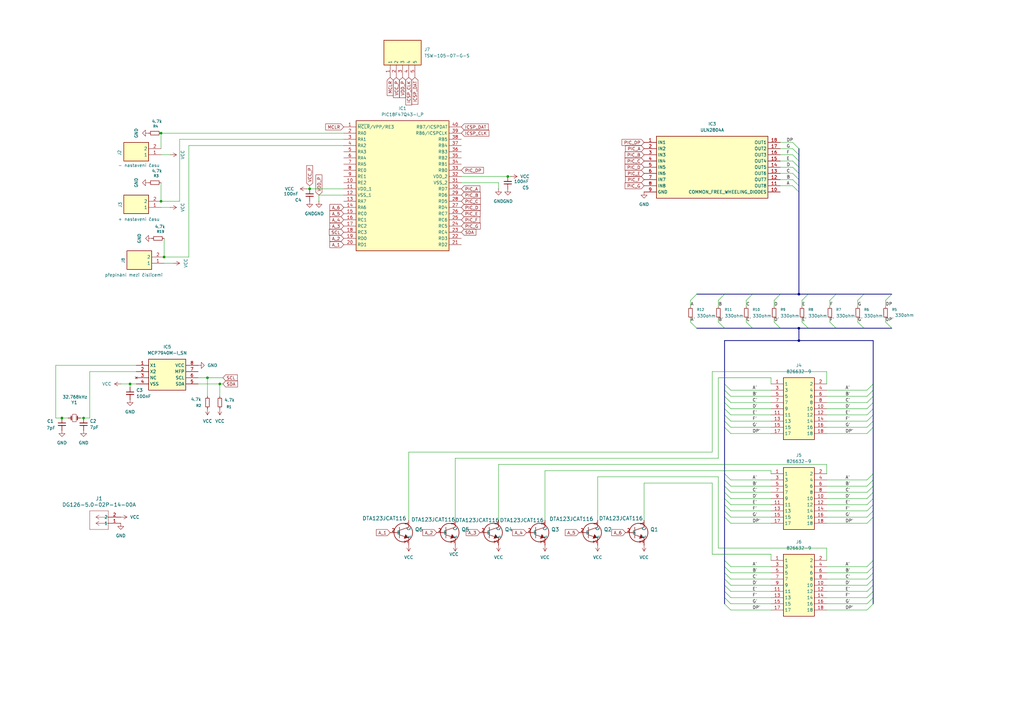
<source format=kicad_sch>
(kicad_sch (version 20250114) (generator "eeschema") (generator_version "9.0")
  (paper "A3")
  (title_block (title "Projekt") (date "2025-11-10") (rev "1.") (comment 1 "Vytvořil Tomáš Dobeš dne 10.11. 2025"))
  (junction (at 66.04 82.55))
  (junction (at 127 77.47))
  (junction (at 327.66 134.62))
  (junction (at 25.4 171.45))
  (junction (at 53.34 157.48))
  (junction (at 90.17 157.48))
  (junction (at 67.31 105.41))
  (junction (at 208.28 72.39))
  (junction (at 85.09 154.94))
  (junction (at 34.29 171.45))
  (junction (at 327.66 139.7))
  (junction (at 327.66 120.65))
  (junction (at 66.04 54.61))
  (bus_entry (at 358.14 232.41) (size -2.54 2.54))
  (bus_entry (at 297.18 209.55) (size 2.54 2.54))
  (bus_entry (at 297.18 247.65) (size 2.54 2.54))
  (bus_entry (at 297.18 172.72) (size 2.54 2.54))
  (bus_entry (at 358.14 204.47) (size -2.54 2.54))
  (bus_entry (at 358.14 175.26) (size -2.54 2.54))
  (bus_entry (at 297.18 201.93) (size 2.54 2.54))
  (bus_entry (at 297.18 245.11) (size 2.54 2.54))
  (bus_entry (at 358.14 199.39) (size -2.54 2.54))
  (bus_entry (at 358.14 247.65) (size -2.54 2.54))
  (bus_entry (at 354.33 120.65) (size -2.54 2.54))
  (bus_entry (at 358.14 170.18) (size -2.54 2.54))
  (bus_entry (at 297.18 207.01) (size 2.54 2.54))
  (bus_entry (at 297.18 234.95) (size 2.54 2.54))
  (bus_entry (at 358.14 172.72) (size -2.54 2.54))
  (bus_entry (at 342.9 134.62) (size -2.54 -2.54))
  (bus_entry (at 285.75 120.65) (size -2.54 2.54))
  (bus_entry (at 358.14 165.1) (size -2.54 2.54))
  (bus_entry (at 358.14 160.02) (size -2.54 2.54))
  (bus_entry (at 358.14 194.31) (size -2.54 2.54))
  (bus_entry (at 331.47 120.65) (size -2.54 2.54))
  (bus_entry (at 358.14 229.87) (size -2.54 2.54))
  (bus_entry (at 297.18 242.57) (size 2.54 2.54))
  (bus_entry (at 297.18 194.31) (size 2.54 2.54))
  (bus_entry (at 327.66 60.96) (size -2.54 -2.54))
  (bus_entry (at 354.33 134.62) (size -2.54 -2.54))
  (bus_entry (at 297.18 237.49) (size 2.54 2.54))
  (bus_entry (at 297.18 120.65) (size -2.54 2.54))
  (bus_entry (at 297.18 232.41) (size 2.54 2.54))
  (bus_entry (at 358.14 209.55) (size -2.54 2.54))
  (bus_entry (at 297.18 134.62) (size -2.54 -2.54))
  (bus_entry (at 327.66 63.5) (size -2.54 -2.54))
  (bus_entry (at 297.18 165.1) (size 2.54 2.54))
  (bus_entry (at 297.18 196.85) (size 2.54 2.54))
  (bus_entry (at 365.76 120.65) (size -2.54 2.54))
  (bus_entry (at 327.66 76.2) (size -2.54 -2.54))
  (bus_entry (at 358.14 196.85) (size -2.54 2.54))
  (bus_entry (at 297.18 157.48) (size 2.54 2.54))
  (bus_entry (at 327.66 71.12) (size -2.54 -2.54))
  (bus_entry (at 308.61 134.62) (size -2.54 -2.54))
  (bus_entry (at 285.75 134.62) (size -2.54 -2.54))
  (bus_entry (at 358.14 157.48) (size -2.54 2.54))
  (bus_entry (at 327.66 78.74) (size -2.54 -2.54))
  (bus_entry (at 297.18 212.09) (size 2.54 2.54))
  (bus_entry (at 297.18 167.64) (size 2.54 2.54))
  (bus_entry (at 358.14 212.09) (size -2.54 2.54))
  (bus_entry (at 320.04 120.65) (size -2.54 2.54))
  (bus_entry (at 320.04 134.62) (size -2.54 -2.54))
  (bus_entry (at 358.14 234.95) (size -2.54 2.54))
  (bus_entry (at 331.47 134.62) (size -2.54 -2.54))
  (bus_entry (at 358.14 237.49) (size -2.54 2.54))
  (bus_entry (at 297.18 199.39) (size 2.54 2.54))
  (bus_entry (at 297.18 175.26) (size 2.54 2.54))
  (bus_entry (at 297.18 229.87) (size 2.54 2.54))
  (bus_entry (at 327.66 66.04) (size -2.54 -2.54))
  (bus_entry (at 358.14 245.11) (size -2.54 2.54))
  (bus_entry (at 365.76 134.62) (size -2.54 -2.54))
  (bus_entry (at 358.14 207.01) (size -2.54 2.54))
  (bus_entry (at 358.14 201.93) (size -2.54 2.54))
  (bus_entry (at 297.18 170.18) (size 2.54 2.54))
  (bus_entry (at 327.66 68.58) (size -2.54 -2.54))
  (bus_entry (at 342.9 120.65) (size -2.54 2.54))
  (bus_entry (at 358.14 167.64) (size -2.54 2.54))
  (bus_entry (at 327.66 73.66) (size -2.54 -2.54))
  (bus_entry (at 297.18 204.47) (size 2.54 2.54))
  (bus_entry (at 358.14 242.57) (size -2.54 2.54))
  (bus_entry (at 297.18 160.02) (size 2.54 2.54))
  (bus_entry (at 297.18 162.56) (size 2.54 2.54))
  (bus_entry (at 358.14 162.56) (size -2.54 2.54))
  (bus_entry (at 297.18 240.03) (size 2.54 2.54))
  (bus_entry (at 308.61 120.65) (size -2.54 2.54))
  (bus_entry (at 358.14 240.03) (size -2.54 2.54))
  (wire (pts (xy 77.47 105.41) (xy 77.47 59.69)))
  (bus (pts (xy 320.04 134.62) (xy 327.66 134.62)))
  (wire (pts (xy 204.47 190.5) (xy 339.09 190.5)))
  (wire (pts (xy 340.36 130.81) (xy 340.36 132.08)))
  (wire (pts (xy 223.52 193.04) (xy 316.23 193.04)))
  (wire (pts (xy 294.64 154.94) (xy 294.64 187.96)))
  (wire (pts (xy 299.72 214.63) (xy 316.23 214.63)))
  (wire (pts (xy 25.4 171.45) (xy 27.94 171.45)))
  (bus (pts (xy 327.66 73.66) (xy 327.66 76.2)))
  (wire (pts (xy 317.5 123.19) (xy 317.5 125.73)))
  (wire (pts (xy 339.09 209.55) (xy 355.6 209.55)))
  (wire (pts (xy 204.47 74.93) (xy 189.23 74.93)))
  (wire (pts (xy 339.09 196.85) (xy 355.6 196.85)))
  (wire (pts (xy 36.83 152.4) (xy 55.88 152.4)))
  (bus (pts (xy 331.47 134.62) (xy 342.9 134.62)))
  (wire (pts (xy 339.09 177.8) (xy 355.6 177.8)))
  (wire (pts (xy 299.72 172.72) (xy 316.23 172.72)))
  (wire (pts (xy 339.09 157.48) (xy 339.09 152.4)))
  (wire (pts (xy 294.64 123.19) (xy 294.64 125.73)))
  (wire (pts (xy 125.73 77.47) (xy 127 77.47)))
  (bus (pts (xy 297.18 194.31) (xy 297.18 196.85)))
  (wire (pts (xy 340.36 123.19) (xy 340.36 125.73)))
  (wire (pts (xy 299.72 245.11) (xy 316.23 245.11)))
  (wire (pts (xy 299.72 162.56) (xy 316.23 162.56)))
  (wire (pts (xy 292.1 152.4) (xy 339.09 152.4)))
  (bus (pts (xy 297.18 229.87) (xy 297.18 232.41)))
  (wire (pts (xy 66.04 85.09) (xy 69.85 85.09)))
  (wire (pts (xy 339.09 170.18) (xy 355.6 170.18)))
  (wire (pts (xy 49.53 157.48) (xy 53.34 157.48)))
  (wire (pts (xy 73.66 57.15) (xy 73.66 82.55)))
  (wire (pts (xy 299.72 234.95) (xy 316.23 234.95)))
  (wire (pts (xy 55.88 149.86) (xy 22.86 149.86)))
  (wire (pts (xy 22.86 149.86) (xy 22.86 171.45)))
  (bus (pts (xy 358.14 165.1) (xy 358.14 167.64)))
  (wire (pts (xy 339.09 199.39) (xy 355.6 199.39)))
  (wire (pts (xy 339.09 212.09) (xy 355.6 212.09)))
  (wire (pts (xy 339.09 214.63) (xy 355.6 214.63)))
  (wire (pts (xy 91.44 154.94) (xy 85.09 154.94)))
  (wire (pts (xy 320.04 58.42) (xy 325.12 58.42)))
  (wire (pts (xy 294.64 224.79) (xy 339.09 224.79)))
  (wire (pts (xy 292.1 227.33) (xy 316.23 227.33)))
  (bus (pts (xy 327.66 60.96) (xy 327.66 63.5)))
  (wire (pts (xy 299.72 165.1) (xy 316.23 165.1)))
  (wire (pts (xy 299.72 175.26) (xy 316.23 175.26)))
  (wire (pts (xy 351.79 123.19) (xy 351.79 125.73)))
  (wire (pts (xy 264.16 198.12) (xy 264.16 213.36)))
  (wire (pts (xy 73.66 57.15) (xy 140.97 57.15)))
  (wire (pts (xy 299.72 237.49) (xy 316.23 237.49)))
  (bus (pts (xy 297.18 242.57) (xy 297.18 245.11)))
  (wire (pts (xy 53.34 157.48) (xy 53.34 158.75)))
  (wire (pts (xy 320.04 66.04) (xy 325.12 66.04)))
  (wire (pts (xy 91.44 157.48) (xy 90.17 157.48)))
  (bus (pts (xy 327.66 71.12) (xy 327.66 73.66)))
  (bus (pts (xy 354.33 120.65) (xy 365.76 120.65)))
  (wire (pts (xy 339.09 234.95) (xy 355.6 234.95)))
  (bus (pts (xy 297.18 157.48) (xy 297.18 160.02)))
  (wire (pts (xy 292.1 227.33) (xy 292.1 198.12)))
  (wire (pts (xy 339.09 207.01) (xy 355.6 207.01)))
  (wire (pts (xy 66.04 74.93) (xy 66.04 82.55)))
  (wire (pts (xy 299.72 209.55) (xy 316.23 209.55)))
  (wire (pts (xy 339.09 247.65) (xy 355.6 247.65)))
  (wire (pts (xy 306.07 130.81) (xy 306.07 132.08)))
  (bus (pts (xy 358.14 162.56) (xy 358.14 165.1)))
  (bus (pts (xy 358.14 199.39) (xy 358.14 201.93)))
  (wire (pts (xy 339.09 190.5) (xy 339.09 194.31)))
  (wire (pts (xy 67.31 105.41) (xy 77.47 105.41)))
  (wire (pts (xy 328.93 123.19) (xy 328.93 125.73)))
  (bus (pts (xy 327.66 68.58) (xy 327.66 71.12)))
  (wire (pts (xy 339.09 204.47) (xy 355.6 204.47)))
  (wire (pts (xy 33.02 171.45) (xy 34.29 171.45)))
  (wire (pts (xy 67.31 107.95) (xy 71.12 107.95)))
  (bus (pts (xy 297.18 139.7) (xy 327.66 139.7)))
  (bus (pts (xy 358.14 204.47) (xy 358.14 207.01)))
  (wire (pts (xy 339.09 172.72) (xy 355.6 172.72)))
  (bus (pts (xy 297.18 120.65) (xy 308.61 120.65)))
  (wire (pts (xy 299.72 170.18) (xy 316.23 170.18)))
  (wire (pts (xy 339.09 167.64) (xy 355.6 167.64)))
  (bus (pts (xy 358.14 194.31) (xy 358.14 196.85)))
  (bus (pts (xy 297.18 245.11) (xy 297.18 247.65)))
  (wire (pts (xy 320.04 63.5) (xy 325.12 63.5)))
  (wire (pts (xy 339.09 245.11) (xy 355.6 245.11)))
  (bus (pts (xy 358.14 157.48) (xy 358.14 160.02)))
  (wire (pts (xy 339.09 232.41) (xy 355.6 232.41)))
  (bus (pts (xy 297.18 204.47) (xy 297.18 207.01)))
  (bus (pts (xy 342.9 120.65) (xy 354.33 120.65)))
  (bus (pts (xy 297.18 175.26) (xy 297.18 194.31)))
  (wire (pts (xy 67.31 97.79) (xy 67.31 105.41)))
  (wire (pts (xy 299.72 160.02) (xy 316.23 160.02)))
  (bus (pts (xy 358.14 242.57) (xy 358.14 245.11)))
  (wire (pts (xy 53.34 157.48) (xy 55.88 157.48)))
  (bus (pts (xy 327.66 139.7) (xy 358.14 139.7)))
  (wire (pts (xy 245.11 195.58) (xy 294.64 195.58)))
  (wire (pts (xy 299.72 250.19) (xy 316.23 250.19)))
  (bus (pts (xy 327.66 76.2) (xy 327.66 78.74)))
  (bus (pts (xy 358.14 160.02) (xy 358.14 162.56)))
  (wire (pts (xy 339.09 237.49) (xy 355.6 237.49)))
  (bus (pts (xy 297.18 160.02) (xy 297.18 162.56)))
  (wire (pts (xy 299.72 247.65) (xy 316.23 247.65)))
  (wire (pts (xy 34.29 171.45) (xy 36.83 171.45)))
  (bus (pts (xy 358.14 232.41) (xy 358.14 234.95)))
  (bus (pts (xy 327.66 134.62) (xy 327.66 139.7)))
  (wire (pts (xy 320.04 60.96) (xy 325.12 60.96)))
  (wire (pts (xy 292.1 152.4) (xy 292.1 185.42)))
  (wire (pts (xy 339.09 160.02) (xy 355.6 160.02)))
  (wire (pts (xy 66.04 54.61) (xy 66.04 60.96)))
  (bus (pts (xy 297.18 165.1) (xy 297.18 167.64)))
  (wire (pts (xy 363.22 130.81) (xy 363.22 132.08)))
  (bus (pts (xy 297.18 237.49) (xy 297.18 240.03)))
  (bus (pts (xy 297.18 172.72) (xy 297.18 175.26)))
  (wire (pts (xy 245.11 195.58) (xy 245.11 213.36)))
  (bus (pts (xy 297.18 134.62) (xy 308.61 134.62)))
  (wire (pts (xy 320.04 68.58) (xy 325.12 68.58)))
  (bus (pts (xy 327.66 63.5) (xy 327.66 66.04)))
  (bus (pts (xy 297.18 212.09) (xy 297.18 229.87)))
  (bus (pts (xy 320.04 120.65) (xy 327.66 120.65)))
  (wire (pts (xy 36.83 171.45) (xy 36.83 152.4)))
  (wire (pts (xy 328.93 130.81) (xy 328.93 132.08)))
  (bus (pts (xy 358.14 170.18) (xy 358.14 172.72)))
  (wire (pts (xy 186.69 187.96) (xy 294.64 187.96)))
  (bus (pts (xy 358.14 212.09) (xy 358.14 229.87)))
  (wire (pts (xy 127 77.47) (xy 140.97 77.47)))
  (bus (pts (xy 327.66 78.74) (xy 327.66 120.65)))
  (wire (pts (xy 316.23 194.31) (xy 316.23 193.04)))
  (wire (pts (xy 299.72 212.09) (xy 316.23 212.09)))
  (wire (pts (xy 320.04 71.12) (xy 325.12 71.12)))
  (bus (pts (xy 358.14 240.03) (xy 358.14 242.57)))
  (wire (pts (xy 299.72 240.03) (xy 316.23 240.03)))
  (bus (pts (xy 297.18 234.95) (xy 297.18 237.49)))
  (bus (pts (xy 297.18 139.7) (xy 297.18 157.48)))
  (bus (pts (xy 297.18 240.03) (xy 297.18 242.57)))
  (wire (pts (xy 127 76.2) (xy 127 77.47)))
  (wire (pts (xy 299.72 196.85) (xy 316.23 196.85)))
  (wire (pts (xy 299.72 201.93) (xy 316.23 201.93)))
  (wire (pts (xy 167.64 185.42) (xy 292.1 185.42)))
  (wire (pts (xy 339.09 229.87) (xy 339.09 224.79)))
  (bus (pts (xy 297.18 209.55) (xy 297.18 212.09)))
  (wire (pts (xy 22.86 171.45) (xy 25.4 171.45)))
  (wire (pts (xy 189.23 72.39) (xy 208.28 72.39)))
  (bus (pts (xy 327.66 120.65) (xy 331.47 120.65)))
  (bus (pts (xy 308.61 134.62) (xy 320.04 134.62)))
  (bus (pts (xy 358.14 172.72) (xy 358.14 175.26)))
  (wire (pts (xy 204.47 77.47) (xy 204.47 74.93)))
  (wire (pts (xy 167.64 185.42) (xy 167.64 213.36)))
  (bus (pts (xy 308.61 120.65) (xy 320.04 120.65)))
  (bus (pts (xy 327.66 66.04) (xy 327.66 68.58)))
  (wire (pts (xy 294.64 130.81) (xy 294.64 132.08)))
  (bus (pts (xy 358.14 245.11) (xy 358.14 247.65)))
  (bus (pts (xy 342.9 134.62) (xy 354.33 134.62)))
  (bus (pts (xy 297.18 167.64) (xy 297.18 170.18)))
  (wire (pts (xy 320.04 73.66) (xy 325.12 73.66)))
  (bus (pts (xy 358.14 207.01) (xy 358.14 209.55)))
  (bus (pts (xy 297.18 201.93) (xy 297.18 204.47)))
  (bus (pts (xy 297.18 196.85) (xy 297.18 199.39)))
  (bus (pts (xy 297.18 162.56) (xy 297.18 165.1)))
  (wire (pts (xy 317.5 130.81) (xy 317.5 132.08)))
  (bus (pts (xy 297.18 199.39) (xy 297.18 201.93)))
  (bus (pts (xy 327.66 134.62) (xy 331.47 134.62)))
  (wire (pts (xy 294.64 195.58) (xy 294.64 224.79)))
  (wire (pts (xy 299.72 207.01) (xy 316.23 207.01)))
  (wire (pts (xy 130.81 80.01) (xy 140.97 80.01)))
  (wire (pts (xy 299.72 232.41) (xy 316.23 232.41)))
  (wire (pts (xy 66.04 82.55) (xy 73.66 82.55)))
  (wire (pts (xy 90.17 162.56) (xy 90.17 157.48)))
  (wire (pts (xy 320.04 76.2) (xy 325.12 76.2)))
  (bus (pts (xy 358.14 229.87) (xy 358.14 232.41)))
  (wire (pts (xy 77.47 59.69) (xy 140.97 59.69)))
  (wire (pts (xy 85.09 162.56) (xy 85.09 154.94)))
  (wire (pts (xy 339.09 250.19) (xy 355.6 250.19)))
  (bus (pts (xy 358.14 201.93) (xy 358.14 204.47)))
  (bus (pts (xy 297.18 170.18) (xy 297.18 172.72)))
  (wire (pts (xy 339.09 240.03) (xy 355.6 240.03)))
  (wire (pts (xy 316.23 229.87) (xy 316.23 227.33)))
  (bus (pts (xy 331.47 120.65) (xy 342.9 120.65)))
  (wire (pts (xy 299.72 242.57) (xy 316.23 242.57)))
  (wire (pts (xy 223.52 193.04) (xy 223.52 213.36)))
  (wire (pts (xy 204.47 190.5) (xy 204.47 213.36)))
  (wire (pts (xy 294.64 154.94) (xy 316.23 154.94)))
  (bus (pts (xy 358.14 209.55) (xy 358.14 212.09)))
  (bus (pts (xy 297.18 232.41) (xy 297.18 234.95)))
  (wire (pts (xy 66.04 63.5) (xy 69.85 63.5)))
  (wire (pts (xy 339.09 175.26) (xy 355.6 175.26)))
  (wire (pts (xy 283.21 123.19) (xy 283.21 125.73)))
  (wire (pts (xy 299.72 177.8) (xy 316.23 177.8)))
  (bus (pts (xy 358.14 175.26) (xy 358.14 194.31)))
  (wire (pts (xy 339.09 201.93) (xy 355.6 201.93)))
  (wire (pts (xy 85.09 154.94) (xy 81.28 154.94)))
  (wire (pts (xy 208.28 72.39) (xy 209.55 72.39)))
  (wire (pts (xy 339.09 165.1) (xy 355.6 165.1)))
  (wire (pts (xy 316.23 157.48) (xy 316.23 154.94)))
  (wire (pts (xy 351.79 130.81) (xy 351.79 132.08)))
  (bus (pts (xy 358.14 196.85) (xy 358.14 199.39)))
  (bus (pts (xy 358.14 234.95) (xy 358.14 237.49)))
  (wire (pts (xy 339.09 242.57) (xy 355.6 242.57)))
  (wire (pts (xy 363.22 123.19) (xy 363.22 125.73)))
  (wire (pts (xy 306.07 123.19) (xy 306.07 125.73)))
  (bus (pts (xy 297.18 207.01) (xy 297.18 209.55)))
  (bus (pts (xy 358.14 139.7) (xy 358.14 157.48)))
  (bus (pts (xy 285.75 120.65) (xy 297.18 120.65)))
  (wire (pts (xy 339.09 162.56) (xy 355.6 162.56)))
  (wire (pts (xy 130.81 82.55) (xy 130.81 80.01)))
  (bus (pts (xy 285.75 134.62) (xy 297.18 134.62)))
  (bus (pts (xy 358.14 167.64) (xy 358.14 170.18)))
  (wire (pts (xy 283.21 130.81) (xy 283.21 132.08)))
  (wire (pts (xy 264.16 198.12) (xy 292.1 198.12)))
  (wire (pts (xy 66.04 54.61) (xy 140.97 54.61)))
  (wire (pts (xy 90.17 157.48) (xy 81.28 157.48)))
  (bus (pts (xy 354.33 134.62) (xy 365.76 134.62)))
  (wire (pts (xy 299.72 167.64) (xy 316.23 167.64)))
  (wire (pts (xy 299.72 204.47) (xy 316.23 204.47)))
  (bus (pts (xy 358.14 237.49) (xy 358.14 240.03)))
  (wire (pts (xy 186.69 187.96) (xy 186.69 213.36)))
  (wire (pts (xy 299.72 199.39) (xy 316.23 199.39)))
  (label "E'" (at 308.61 170.18 0))
  (label "F'" (at 346.71 209.55 0))
  (label "G'" (at 351.79 132.08 0))
  (label "D" (at 322.58 68.58 0))
  (label "DP" (at 322.58 58.42 0))
  (label "C'" (at 346.71 237.49 0))
  (label "A'" (at 346.71 160.02 0))
  (label "F'" (at 308.61 209.55 0))
  (label "C'" (at 346.71 165.1 0))
  (label "E'" (at 346.71 242.57 0))
  (label "G'" (at 308.61 247.65 0))
  (label "E'" (at 328.93 132.08 0))
  (label "D'" (at 308.61 167.64 0))
  (label "A'" (at 308.61 232.41 0))
  (label "A'" (at 308.61 196.85 0))
  (label "A'" (at 283.21 132.08 0))
  (label "D" (at 317.5 125.73 0))
  (label "D'" (at 346.71 167.64 0))
  (label "D'" (at 308.61 240.03 0))
  (label "G" (at 351.79 125.73 0))
  (label "F'" (at 346.71 172.72 0))
  (label "A" (at 283.21 125.73 0))
  (label "F'" (at 346.71 245.11 0))
  (label "DP" (at 363.22 125.73 0))
  (label "A" (at 322.58 76.2 0))
  (label "DP'" (at 308.61 214.63 0))
  (label "G'" (at 346.71 175.26 0))
  (label "C'" (at 308.61 201.93 0))
  (label "G'" (at 346.71 247.65 0))
  (label "E'" (at 308.61 207.01 0))
  (label "DP'" (at 308.61 177.8 0))
  (label "B'" (at 294.64 132.08 0))
  (label "F" (at 322.58 63.5 0))
  (label "A'" (at 346.71 232.41 0))
  (label "B'" (at 346.71 162.56 0))
  (label "E'" (at 346.71 207.01 0))
  (label "D'" (at 308.61 204.47 0))
  (label "A'" (at 346.71 196.85 0))
  (label "E'" (at 346.71 170.18 0))
  (label "DP'" (at 346.71 177.8 0))
  (label "C'" (at 306.07 132.08 0))
  (label "D'" (at 346.71 240.03 0))
  (label "DP'" (at 308.61 250.19 0))
  (label "C'" (at 346.71 201.93 0))
  (label "B" (at 322.58 73.66 0))
  (label "DP'" (at 346.71 250.19 0))
  (label "E" (at 328.93 125.73 0))
  (label "F'" (at 308.61 245.11 0))
  (label "C'" (at 308.61 237.49 0))
  (label "DP'" (at 363.22 132.08 0))
  (label "G'" (at 346.71 212.09 0))
  (label "DP'" (at 346.71 214.63 0))
  (label "F'" (at 340.36 132.08 0))
  (label "C" (at 322.58 71.12 0))
  (label "D'" (at 346.71 204.47 0))
  (label "B'" (at 308.61 199.39 0))
  (label "C'" (at 308.61 165.1 0))
  (label "A'" (at 308.61 160.02 0))
  (label "F" (at 340.36 125.73 0))
  (label "E'" (at 308.61 242.57 0))
  (label "B'" (at 346.71 234.95 0))
  (label "G" (at 322.58 60.96 0))
  (label "B" (at 294.64 125.73 0))
  (label "G'" (at 308.61 175.26 0))
  (label "G'" (at 308.61 212.09 0))
  (label "B'" (at 346.71 199.39 0))
  (label "D'" (at 317.5 132.08 0))
  (label "B'" (at 308.61 162.56 0))
  (label "B'" (at 308.61 234.95 0))
  (label "F'" (at 308.61 172.72 0))
  (label "E" (at 322.58 66.04 0))
  (label "C" (at 306.07 125.73 0))
  (global_label "A_1" (shape input) (at 160.02 218.44 180) (property "Intersheetrefs" "${INTERSHEET_REFS}" (effects (hide yes))))
  (global_label "A_4" (shape input) (at 215.9 218.44 180) (property "Intersheetrefs" "${INTERSHEET_REFS}" (effects (hide yes))))
  (global_label "PIC_E" (shape input) (at 189.23 87.63 0) (property "Intersheetrefs" "${INTERSHEET_REFS}" (effects (hide yes))))
  (global_label "A_6" (shape input) (at 256.54 218.44 180) (property "Intersheetrefs" "${INTERSHEET_REFS}" (effects (hide yes))))
  (global_label "ICSP_DAT" (shape input) (at 170.18 31.75 270) (property "Intersheetrefs" "${INTERSHEET_REFS}" (effects (hide yes))))
  (global_label "ICSP_DAT" (shape input) (at 189.23 52.07 0) (property "Intersheetrefs" "${INTERSHEET_REFS}" (effects (hide yes))))
  (global_label "A_1" (shape input) (at 140.97 100.33 180) (property "Intersheetrefs" "${INTERSHEET_REFS}" (effects (hide yes))))
  (global_label "A_2" (shape input) (at 140.97 97.79 180) (property "Intersheetrefs" "${INTERSHEET_REFS}" (effects (hide yes))))
  (global_label "VCC_P" (shape input) (at 162.56 31.75 270) (property "Intersheetrefs" "${INTERSHEET_REFS}" (effects (hide yes))))
  (global_label "PIC_D" (shape input) (at 264.16 68.58 180) (property "Intersheetrefs" "${INTERSHEET_REFS}" (effects (hide yes))))
  (global_label "PIC_D" (shape input) (at 189.23 85.09 0) (property "Intersheetrefs" "${INTERSHEET_REFS}" (effects (hide yes))))
  (global_label "PIC_G" (shape input) (at 264.16 76.2 180) (property "Intersheetrefs" "${INTERSHEET_REFS}" (effects (hide yes))))
  (global_label "A_2" (shape input) (at 179.07 218.44 180) (property "Intersheetrefs" "${INTERSHEET_REFS}" (effects (hide yes))))
  (global_label "SDA" (shape input) (at 189.23 95.25 0) (property "Intersheetrefs" "${INTERSHEET_REFS}" (effects (hide yes))))
  (global_label "MCLR" (shape input) (at 160.02 31.75 270) (property "Intersheetrefs" "${INTERSHEET_REFS}" (effects (hide yes))))
  (global_label "SCL" (shape input) (at 140.97 95.25 180) (property "Intersheetrefs" "${INTERSHEET_REFS}" (effects (hide yes))))
  (global_label "PIC_A" (shape input) (at 189.23 77.47 0) (property "Intersheetrefs" "${INTERSHEET_REFS}" (effects (hide yes))))
  (global_label "PIC_F" (shape input) (at 264.16 73.66 180) (property "Intersheetrefs" "${INTERSHEET_REFS}" (effects (hide yes))))
  (global_label "PIC_C" (shape input) (at 264.16 66.04 180) (property "Intersheetrefs" "${INTERSHEET_REFS}" (effects (hide yes))))
  (global_label "A_3" (shape input) (at 196.85 218.44 180) (property "Intersheetrefs" "${INTERSHEET_REFS}" (effects (hide yes))))
  (global_label "SDA" (shape input) (at 91.44 157.48 0) (property "Intersheetrefs" "${INTERSHEET_REFS}" (effects (hide yes))))
  (global_label "PIC_E" (shape input) (at 264.16 71.12 180) (property "Intersheetrefs" "${INTERSHEET_REFS}" (effects (hide yes))))
  (global_label "A_4" (shape input) (at 140.97 90.17 180) (property "Intersheetrefs" "${INTERSHEET_REFS}" (effects (hide yes))))
  (global_label "PIC_B" (shape input) (at 264.16 63.5 180) (property "Intersheetrefs" "${INTERSHEET_REFS}" (effects (hide yes))))
  (global_label "PIC_F" (shape input) (at 189.23 90.17 0) (property "Intersheetrefs" "${INTERSHEET_REFS}" (effects (hide yes))))
  (global_label "PIC_DP" (shape input) (at 264.16 58.42 180) (property "Intersheetrefs" "${INTERSHEET_REFS}" (effects (hide yes))))
  (global_label "ICSP_CLK" (shape input) (at 189.23 54.61 0) (property "Intersheetrefs" "${INTERSHEET_REFS}" (effects (hide yes))))
  (global_label "VCC_P" (shape input) (at 127 76.2 90) (property "Intersheetrefs" "${INTERSHEET_REFS}" (effects (hide yes))))
  (global_label "SCL" (shape input) (at 91.44 154.94 0) (property "Intersheetrefs" "${INTERSHEET_REFS}" (effects (hide yes))))
  (global_label "ICSP_CLK" (shape input) (at 167.64 31.75 270) (property "Intersheetrefs" "${INTERSHEET_REFS}" (effects (hide yes))))
  (global_label "PIC_C" (shape input) (at 189.23 82.55 0) (property "Intersheetrefs" "${INTERSHEET_REFS}" (effects (hide yes))))
  (global_label "A_3" (shape input) (at 140.97 92.71 180) (property "Intersheetrefs" "${INTERSHEET_REFS}" (effects (hide yes))))
  (global_label "A_6" (shape input) (at 140.97 85.09 180) (property "Intersheetrefs" "${INTERSHEET_REFS}" (effects (hide yes))))
  (global_label "VDD_P" (shape input) (at 130.81 80.01 90) (property "Intersheetrefs" "${INTERSHEET_REFS}" (effects (hide yes))))
  (global_label "MCLR" (shape input) (at 140.97 52.07 180) (property "Intersheetrefs" "${INTERSHEET_REFS}" (effects (hide yes))))
  (global_label "PIC_B" (shape input) (at 189.23 80.01 0) (property "Intersheetrefs" "${INTERSHEET_REFS}" (effects (hide yes))))
  (global_label "A_5" (shape input) (at 237.49 218.44 180) (property "Intersheetrefs" "${INTERSHEET_REFS}" (effects (hide yes))))
  (global_label "A_5" (shape input) (at 140.97 87.63 180) (property "Intersheetrefs" "${INTERSHEET_REFS}" (effects (hide yes))))
  (global_label "PIC_A" (shape input) (at 264.16 60.96 180) (property "Intersheetrefs" "${INTERSHEET_REFS}" (effects (hide yes))))
  (global_label "VDD_P" (shape input) (at 165.1 31.75 270) (property "Intersheetrefs" "${INTERSHEET_REFS}" (effects (hide yes))))
  (global_label "PIC_G" (shape input) (at 189.23 92.71 0) (property "Intersheetrefs" "${INTERSHEET_REFS}" (effects (hide yes))))
  (global_label "PIC_DP" (shape input) (at 189.23 69.85 0) (property "Intersheetrefs" "${INTERSHEET_REFS}" (effects (hide yes))))
  (symbol (lib_id "power:VCC") (at 167.64 223.52 180) (unit 1)
    (property "Reference" "#PWR29" (effects (hide yes)))
    (property "Value" "VCC" (at 167.64 228.6 0))
    (property "Description" "Power symbol creates a global label with name \"VCC\"" (effects (hide yes)))
  )
  (symbol (lib_id "My_parts:DTA123JCAT116") (at 160.02 218.44 0) (unit 1)
    (property "Reference" "Q6" (at 170.18 217.1699 0) (effects (font (size 1.524 1.524)) (justify left)))
    (property "Value" "DTA123JCAT116" (at 148.59 212.598 0) (effects (font (size 1.524 1.524)) (justify left)))
    (property "Footprint" "My parts:TRANS_DTA113ZCAH_ROM" (effects (hide yes)))
    (property "Datasheet" "DTA123JCAT116" (effects (hide yes)))
  )
  (symbol (lib_id "power:VCC") (at 71.12 107.95 270) (unit 1)
    (property "Reference" "#PWR31" (effects (hide yes)))
    (property "Value" "VCC" (at 76.2 107.95 0))
    (property "Description" "Power symbol creates a global label with name \"VCC\"" (effects (hide yes)))
  )
  (symbol (lib_id "power:GND") (at 34.29 176.53 0) (unit 1)
    (property "Reference" "#PWR2" (effects (hide yes)))
    (property "Value" "GND" (at 34.29 181.61 0))
    (property "Description" "Power symbol creates a global label with name \"GND\" , ground" (effects (hide yes)))
  )
  (symbol (lib_id "power:GND") (at 81.28 149.86 90) (unit 1)
    (property "Reference" "#PWR8" (effects (hide yes)))
    (property "Value" "GND" (at 85.09 149.8599 90) (effects (justify right)))
    (property "Description" "Power symbol creates a global label with name \"GND\" , ground" (effects (hide yes)))
  )
  (symbol (lib_id "Device:R_Small") (at 63.5 74.93 270) (unit 1)
    (property "Reference" "R3" (at 62.992 72.136 90) (effects (font (size 1.016 1.016)) (justify left)))
    (property "Value" "4.7k" (at 62.23 70.104 90) (effects (justify left)))
    (property "Footprint" "Resistor_SMD:R_1206_3216Metric_Pad1.30x1.75mm_HandSolder" (effects (hide yes)))
    (property "Description" "Resistor, small symbol" (effects (hide yes)))
  )
  (symbol (lib_id "Device:R_Small") (at 85.09 165.1 180) (unit 1)
    (property "Reference" "R2" (at 82.55 166.3701 0) (effects (font (size 1.016 1.016)) (justify left)))
    (property "Value" "4.7k" (at 82.55 163.8301 0) (effects (justify left)))
    (property "Footprint" "Resistor_SMD:R_1206_3216Metric_Pad1.30x1.75mm_HandSolder" (effects (hide yes)))
    (property "Description" "Resistor, small symbol" (effects (hide yes)))
  )
  (symbol (lib_id "Device:C_Small") (at 53.34 161.29 0) (unit 1)
    (property "Reference" "C3" (at 55.88 160.0262 0) (effects (justify left)))
    (property "Value" "100nF" (at 55.88 162.5662 0) (effects (justify left)))
    (property "Footprint" "Capacitor_SMD:C_1206_3216Metric_Pad1.33x1.80mm_HandSolder" (effects (hide yes)))
    (property "Description" "Unpolarized capacitor, small symbol" (effects (hide yes)))
  )
  (symbol (lib_id "power:VCC") (at 49.53 157.48 90) (unit 1)
    (property "Reference" "#PWR5" (effects (hide yes)))
    (property "Value" "VCC" (at 45.72 157.4799 90) (effects (justify left)))
    (property "Description" "Power symbol creates a global label with name \"VCC\"" (effects (hide yes)))
  )
  (symbol (lib_id "power:GND") (at 25.4 176.53 0) (unit 1)
    (property "Reference" "#PWR1" (effects (hide yes)))
    (property "Value" "GND" (at 25.4 181.61 0))
    (property "Description" "Power symbol creates a global label with name \"GND\" , ground" (effects (hide yes)))
  )
  (symbol (lib_id "Device:R_Small") (at 64.77 97.79 270) (unit 1)
    (property "Reference" "R19" (at 64.262 94.996 90) (effects (font (size 1.016 1.016)) (justify left)))
    (property "Value" "4.7k" (at 63.5 92.964 90) (effects (justify left)))
    (property "Footprint" "Resistor_SMD:R_1206_3216Metric_Pad1.30x1.75mm_HandSolder" (effects (hide yes)))
    (property "Description" "Resistor, small symbol" (effects (hide yes)))
  )
  (symbol (lib_id "power:GND") (at 60.96 74.93 270) (unit 1)
    (property "Reference" "#PWR17" (effects (hide yes)))
    (property "Value" "GND" (at 55.88 74.93 0))
    (property "Description" "Power symbol creates a global label with name \"GND\" , ground" (effects (hide yes)))
  )
  (symbol (lib_id "power:GND") (at 130.81 82.55 0) (unit 1)
    (property "Reference" "#PWR19" (effects (hide yes)))
    (property "Value" "GND" (at 130.81 87.63 0))
    (property "Description" "Power symbol creates a global label with name \"GND\" , ground" (effects (hide yes)))
  )
  (symbol (lib_id "power:VCC") (at 245.11 223.52 180) (unit 1)
    (property "Reference" "#PWR26" (effects (hide yes)))
    (property "Value" "VCC" (at 245.11 228.6 0))
    (property "Description" "Power symbol creates a global label with name \"VCC\"" (effects (hide yes)))
  )
  (symbol (lib_id "My_parts:ULN2804A") (at 264.16 58.42 0) (unit 1)
    (property "Reference" "IC3" (at 292.1 50.8 0))
    (property "Value" "ULN2804A" (at 292.1 53.34 0))
    (property "Footprint" "My parts:DIP850W46P254L2324H393Q18N" (effects (hide yes)))
    (property "Datasheet" "https://www.st.com/resource/en/datasheet/uln2801a.pdf" (effects (hide yes)))
    (property "Description" "ULN2804A, Darlington Transistor Array, NPN 0.5 A 50 V, Octal, 18-Pin, PDIP" (effects (hide yes)))
    (property "Height" "3.93" (effects (hide yes)))
    (property "Manufacturer_Name" "STMicroelectronics" (effects (hide yes)))
    (property "Manufacturer_Part_Number" "ULN2804A" (effects (hide yes)))
  )
  (symbol (lib_id "power:GND") (at 53.34 163.83 0) (unit 1)
    (property "Reference" "#PWR9" (effects (hide yes)))
    (property "Value" "GND" (at 53.34 168.91 0))
    (property "Description" "Power symbol creates a global label with name \"GND\" , ground" (effects (hide yes)))
  )
  (symbol (lib_id "My_parts:DTA123JCAT116") (at 196.85 218.44 0) (unit 1)
    (property "Reference" "Q4" (at 207.01 217.1699 0) (effects (font (size 1.524 1.524)) (justify left)))
    (property "Value" "DTA123JCAT116" (at 186.69 213.36 0) (effects (font (size 1.524 1.524)) (justify left)))
    (property "Footprint" "My parts:TRANS_DTA113ZCAH_ROM" (effects (hide yes)))
    (property "Datasheet" "DTA123JCAT116" (effects (hide yes)))
  )
  (symbol (lib_id "power:GND") (at 208.28 77.47 0) (unit 1)
    (property "Reference" "#PWR14" (effects (hide yes)))
    (property "Value" "GND" (at 208.28 82.55 0))
    (property "Description" "Power symbol creates a global label with name \"GND\" , ground" (effects (hide yes)))
  )
  (symbol (lib_id "power:GND") (at 49.53 214.63 0) (unit 1)
    (property "Reference" "#PWR21" (effects (hide yes)))
    (property "Value" "GND" (at 49.53 219.71 0))
    (property "Description" "Power symbol creates a global label with name \"GND\" , ground" (effects (hide yes)))
  )
  (symbol (lib_id "Device:R_Small") (at 63.5 54.61 270) (unit 1)
    (property "Reference" "R4" (at 62.738 51.816 90) (effects (font (size 1.016 1.016)) (justify left)))
    (property "Value" "4.7k" (at 62.23 49.784 90) (effects (justify left)))
    (property "Footprint" "Resistor_SMD:R_1206_3216Metric_Pad1.30x1.75mm_HandSolder" (effects (hide yes)))
    (property "Description" "Resistor, small symbol" (effects (hide yes)))
  )
  (symbol (lib_id "Device:C_Small") (at 25.4 173.99 0) (unit 1)
    (property "Reference" "C1" (at 19.304 172.72 0) (effects (justify left)))
    (property "Value" "7pF" (at 19.05 175.514 0) (effects (justify left)))
    (property "Footprint" "Capacitor_SMD:C_0603_1608Metric_Pad1.08x0.95mm_HandSolder" (effects (hide yes)))
    (property "Description" "Unpolarized capacitor, small symbol" (effects (hide yes)))
  )
  (symbol (lib_id "power:VCC") (at 186.69 223.52 180) (unit 1)
    (property "Reference" "#PWR28" (effects (hide yes)))
    (property "Value" "VCC" (at 186.182 227.33 0))
    (property "Description" "Power symbol creates a global label with name \"VCC\"" (effects (hide yes)))
  )
  (symbol (lib_id "SamacSys_Parts:DS1021-1_2SF11-B") (at 66.04 85.09 180) (unit 1)
    (property "Reference" "J3" (at 49.276 82.804 90) (effects (justify left)))
    (property "Value" "+ nastavení času" (at 65.532 89.916 0) (effects (justify left)))
    (property "Footprint" "SamacSys_Parts:HDRV2W64P0X254_1X2_508X254X588P" (effects (hide yes)))
    (property "Datasheet" "https://www.tme.com/Document/cc301e58a5da78cb543a94b5a5b7f06a/DS1021.pdf" (effects (hide yes)))
    (property "Description" "Pin header; pin strips; male; PIN: 2; straight; 2.54mm; THT; 1x2" (effects (hide yes)))
    (property "Height" "5.88" (effects (hide yes)))
    (property "Manufacturer_Name" "Connfly" (effects (hide yes)))
    (property "Manufacturer_Part_Number" "DS1021-1*2SF11-B" (effects (hide yes)))
  )
  (symbol (lib_id "SamacSys_Parts:826632-9") (at 316.23 194.31 0) (unit 1)
    (property "Reference" "J5" (at 327.66 186.69 0))
    (property "Value" "826632-9" (at 327.66 189.23 0))
    (property "Footprint" "SamacSys_Parts:HDRV18W85P254_2X9_2286X500X970P" (effects (hide yes)))
    (property "Datasheet" "https://componentsearchengine.com/Datasheets/1/826632-9.pdf" (effects (hide yes)))
    (property "Description" "9w Double row straight header gold" (effects (hide yes)))
    (property "Description_1" "9w Double row straight header gold" (effects (hide yes)))
    (property "Height" "9.7" (effects (hide yes)))
    (property "Manufacturer_Name" "TE Connectivity" (effects (hide yes)))
    (property "Manufacturer_Part_Number" "826632-9" (effects (hide yes)))
    (property "Mouser Part Number" "571-826632-9" (effects (hide yes)))
    (property "Mouser Price/Stock" "https://www.mouser.co.uk/ProductDetail/TE-Connectivity-AMP/826632-9?qs=6Tj7fpyCzVqYv52AFIYz6g%3D%3D" (effects (hide yes)))
    (property "Arrow Part Number" "826632-9" (effects (hide yes)))
    (property "Arrow Price/Stock" "https://www.arrow.com/en/products/826632-9/te-connectivity" (effects (hide yes)))
  )
  (symbol (lib_id "Device:R_Small") (at 363.22 128.27 0) (unit 1)
    (property "Reference" "R5" (at 365.76 126.9999 0) (effects (font (size 1.016 1.016)) (justify left)))
    (property "Value" "330ohm" (at 367.03 129.286 0) (effects (justify left)))
    (property "Footprint" "Resistor_THT:R_Axial_DIN0309_L9.0mm_D3.2mm_P12.70mm_Horizontal" (effects (hide yes)))
    (property "Description" "Resistor, small symbol" (effects (hide yes)))
  )
  (symbol (lib_id "Device:C_Small") (at 127 80.01 180) (unit 1)
    (property "Reference" "C4" (at 123.698 82.042 0) (effects (justify left)))
    (property "Value" "100nF" (at 122.428 79.5021 0) (effects (justify left)))
    (property "Footprint" "Capacitor_SMD:C_1206_3216Metric_Pad1.33x1.80mm_HandSolder" (effects (hide yes)))
    (property "Description" "Unpolarized capacitor, small symbol" (effects (hide yes)))
  )
  (symbol (lib_id "power:VCC") (at 69.85 85.09 270) (unit 1)
    (property "Reference" "#PWR12" (effects (hide yes)))
    (property "Value" "VCC" (at 74.93 85.09 0))
    (property "Description" "Power symbol creates a global label with name \"VCC\"" (effects (hide yes)))
  )
  (symbol (lib_id "My_parts:MCP7940M-I_SN") (at 55.88 149.86 0) (unit 1)
    (property "Reference" "IC5" (at 68.58 142.24 0))
    (property "Value" "MCP7940M-I_SN" (at 68.58 144.78 0))
    (property "Footprint" "SOIC127P600X175-8N" (effects (hide yes)))
    (property "Datasheet" "https://componentsearchengine.com/Datasheets/2/MCP7940M-I_SN.pdf" (effects (hide yes)))
    (property "Description" "Real-Time Clock,64B SRAM,I2C,SOIC8 Microchip MCP7940M-I/SN Real Time Clock, Calendar, Clock, 64B RAM, I2C, 5.5 V, 8-Pin SOIC" (effects (hide yes)))
    (property "Height" "1.75" (effects (hide yes)))
    (property "Manufacturer_Name" "Microchip" (effects (hide yes)))
    (property "Manufacturer_Part_Number" "MCP7940M-I/SN" (effects (hide yes)))
    (property "Mouser Part Number" "579-MCP7940M-I/SN" (effects (hide yes)))
    (property "Mouser Price/Stock" "https://www.mouser.co.uk/ProductDetail/Microchip-Technology/MCP7940M-I-SN?qs=V1AtWP4RhX7eS%2F98Wq7d7Q%3D%3D" (effects (hide yes)))
    (property "Arrow Part Number" "MCP7940M-I/SN" (effects (hide yes)))
    (property "Arrow Price/Stock" "https://www.arrow.com/en/products/mcp7940m-isn/microchip-technology?utm_currency=USD&region=nac" (effects (hide yes)))
  )
  (symbol (lib_id "Device:R_Small") (at 340.36 128.27 0) (unit 1)
    (property "Reference" "R7" (at 342.9 126.9999 0) (effects (font (size 1.016 1.016)) (justify left)))
    (property "Value" "330ohm" (at 342.9 129.5399 0) (effects (justify left)))
    (property "Footprint" "Resistor_THT:R_Axial_DIN0309_L9.0mm_D3.2mm_P12.70mm_Horizontal" (effects (hide yes)))
    (property "Description" "Resistor, small symbol" (effects (hide yes)))
  )
  (symbol (lib_id "Device:R_Small") (at 294.64 128.27 0) (unit 1)
    (property "Reference" "R11" (at 297.18 126.9999 0) (effects (font (size 1.016 1.016)) (justify left)))
    (property "Value" "330ohm" (at 297.18 129.5399 0) (effects (justify left)))
    (property "Footprint" "Resistor_THT:R_Axial_DIN0309_L9.0mm_D3.2mm_P12.70mm_Horizontal" (effects (hide yes)))
    (property "Description" "Resistor, small symbol" (effects (hide yes)))
  )
  (symbol (lib_id "My_parts:TSW-105-07-G-S") (at 160.02 31.75 90) (unit 1)
    (property "Reference" "J7" (at 173.99 20.3199 90) (effects (justify right)))
    (property "Value" "TSW-105-07-G-S" (at 173.99 22.8599 90) (effects (justify right)))
    (property "Footprint" "My parts:TSW-105-XX-YY-S" (effects (hide yes)))
    (property "Datasheet" "http://suddendocs.samtec.com/prints/tsw-xxx-xx-xxx-x-xx-xxx-mkt.pdf" (effects (hide yes)))
    (property "Description" "5 Position, Single Row, Classic PCB Header Strips, 0.100&quot; pitch" (effects (hide yes)))
    (property "Manufacturer_Name" "SAMTEC" (effects (hide yes)))
    (property "Manufacturer_Part_Number" "TSW-105-07-G-S" (effects (hide yes)))
  )
  (symbol (lib_id "power:VCC") (at 264.16 223.52 180) (unit 1)
    (property "Reference" "#PWR27" (effects (hide yes)))
    (property "Value" "VCC" (at 264.16 228.6 0))
    (property "Description" "Power symbol creates a global label with name \"VCC\"" (effects (hide yes)))
  )
  (symbol (lib_id "power:GND") (at 204.47 77.47 0) (unit 1)
    (property "Reference" "#PWR18" (effects (hide yes)))
    (property "Value" "GND" (at 204.47 82.55 0))
    (property "Description" "Power symbol creates a global label with name \"GND\" , ground" (effects (hide yes)))
  )
  (symbol (lib_id "SamacSys_Parts:DS1021-1_2SF11-B") (at 67.31 107.95 180) (unit 1)
    (property "Reference" "J8" (at 50.546 105.664 90) (effects (justify left)))
    (property "Value" "přepínání mezi číslicemi" (at 66.802 112.776 0) (effects (justify left)))
    (property "Footprint" "SamacSys_Parts:HDRV2W64P0X254_1X2_508X254X588P" (effects (hide yes)))
    (property "Datasheet" "https://www.tme.com/Document/cc301e58a5da78cb543a94b5a5b7f06a/DS1021.pdf" (effects (hide yes)))
    (property "Description" "Pin header; pin strips; male; PIN: 2; straight; 2.54mm; THT; 1x2" (effects (hide yes)))
    (property "Height" "5.88" (effects (hide yes)))
    (property "Manufacturer_Name" "Connfly" (effects (hide yes)))
    (property "Manufacturer_Part_Number" "DS1021-1*2SF11-B" (effects (hide yes)))
  )
  (symbol (lib_id "power:GND") (at 62.23 97.79 270) (unit 1)
    (property "Reference" "#PWR30" (effects (hide yes)))
    (property "Value" "GND" (at 57.15 97.79 0))
    (property "Description" "Power symbol creates a global label with name \"GND\" , ground" (effects (hide yes)))
  )
  (symbol (lib_id "Device:R_Small") (at 90.17 165.1 180) (unit 1)
    (property "Reference" "R1" (at 94.996 166.878 0) (effects (font (size 1.016 1.016)) (justify left)))
    (property "Value" "4.7k" (at 96.266 164.084 0) (effects (justify left)))
    (property "Footprint" "Resistor_SMD:R_1206_3216Metric_Pad1.30x1.75mm_HandSolder" (effects (hide yes)))
    (property "Description" "Resistor, small symbol" (effects (hide yes)))
  )
  (symbol (lib_id "My_parts:DTA123JCAT116") (at 237.49 218.44 0) (unit 1)
    (property "Reference" "Q2" (at 247.65 217.1699 0) (effects (font (size 1.524 1.524)) (justify left)))
    (property "Value" "DTA123JCAT116" (at 225.298 212.852 0) (effects (font (size 1.524 1.524)) (justify left)))
    (property "Footprint" "My parts:TRANS_DTA113ZCAH_ROM" (effects (hide yes)))
    (property "Datasheet" "DTA123JCAT116" (effects (hide yes)))
  )
  (symbol (lib_id "power:VCC") (at 69.85 63.5 270) (unit 1)
    (property "Reference" "#PWR13" (effects (hide yes)))
    (property "Value" "VCC" (at 74.93 63.5 0))
    (property "Description" "Power symbol creates a global label with name \"VCC\"" (effects (hide yes)))
  )
  (symbol (lib_id "Device:C_Small") (at 34.29 173.99 180) (unit 1)
    (property "Reference" "C2" (at 36.83 172.7135 0) (effects (justify right)))
    (property "Value" "7pF" (at 36.83 175.2535 0) (effects (justify right)))
    (property "Footprint" "Capacitor_SMD:C_0603_1608Metric_Pad1.08x0.95mm_HandSolder" (effects (hide yes)))
    (property "Description" "Unpolarized capacitor, small symbol" (effects (hide yes)))
  )
  (symbol (lib_id "My_parts:DTA123JCAT116") (at 215.9 218.44 0) (unit 1)
    (property "Reference" "Q3" (at 226.06 217.1699 0) (effects (font (size 1.524 1.524)) (justify left)))
    (property "Value" "DTA123JCAT116" (at 204.978 213.36 0) (effects (font (size 1.524 1.524)) (justify left)))
    (property "Footprint" "My parts:TRANS_DTA113ZCAH_ROM" (effects (hide yes)))
    (property "Datasheet" "DTA123JCAT116" (effects (hide yes)))
  )
  (symbol (lib_id "power:VCC") (at 204.47 223.52 180) (unit 1)
    (property "Reference" "#PWR24" (effects (hide yes)))
    (property "Value" "VCC" (at 204.47 228.6 0))
    (property "Description" "Power symbol creates a global label with name \"VCC\"" (effects (hide yes)))
  )
  (symbol (lib_id "My_parts:PIC18F47Q43-I_P") (at 140.97 52.07 0) (unit 1)
    (property "Reference" "IC1" (at 165.1 44.45 0))
    (property "Value" "PIC18F47Q43-I_P" (at 165.1 46.99 0))
    (property "Footprint" "My parts:DIP1543W58P254L5175H635Q40N" (effects (hide yes)))
    (property "Datasheet" "https://www.mouser.com/datasheet/2/268/PIC18-Q43-Family-Product-Brief-40002069B-1634375.pdf" (effects (hide yes)))
    (property "Description" "8-bit Microcontrollers - MCU 128KB Flash, 8KB RAM, 1KB EEPROM, 12b ADC2, 5b DAC, Comp, PWM, CCP, CWG, HLT, WWDT, SCAN/CRC, ZCD, PPS, EUSART, SPI/I2C, IDLE/DOZE/PMD" (effects (hide yes)))
    (property "Height" "6.35" (effects (hide yes)))
    (property "Manufacturer_Name" "Microchip" (effects (hide yes)))
    (property "Manufacturer_Part_Number" "PIC18F47Q43-I/P" (effects (hide yes)))
    (property "Mouser Part Number" "579-PIC18F47Q43-I/P" (effects (hide yes)))
    (property "Mouser Price/Stock" "https://www.mouser.co.uk/ProductDetail/Microchip-Technology/PIC18F47Q43-I-P?qs=T3oQrply3y%252BX1zLEdVaFyA%3D%3D" (effects (hide yes)))
    (property "Arrow Part Number" "PIC18F47Q43-I/P" (effects (hide yes)))
    (property "Arrow Price/Stock" "https://www.arrow.com/en/products/pic18f47q43-ip/microchip-technology?utm_currency=USD&region=nac" (effects (hide yes)))
  )
  (symbol (lib_id "power:VCC") (at 85.09 167.64 180) (unit 1)
    (property "Reference" "#PWR11" (effects (hide yes)))
    (property "Value" "VCC" (at 85.09 172.72 0))
    (property "Description" "Power symbol creates a global label with name \"VCC\"" (effects (hide yes)))
  )
  (symbol (lib_id "Device:R_Small") (at 317.5 128.27 0) (unit 1)
    (property "Reference" "R9" (at 320.04 126.9999 0) (effects (font (size 1.016 1.016)) (justify left)))
    (property "Value" "330ohm" (at 320.04 129.5399 0) (effects (justify left)))
    (property "Footprint" "Resistor_THT:R_Axial_DIN0309_L9.0mm_D3.2mm_P12.70mm_Horizontal" (effects (hide yes)))
    (property "Description" "Resistor, small symbol" (effects (hide yes)))
  )
  (symbol (lib_id "SamacSys_Parts:DS1021-1_2SF11-B") (at 66.04 63.5 180) (unit 1)
    (property "Reference" "J2" (at 49.022 61.468 90) (effects (justify left)))
    (property "Value" "- nastavení času" (at 65.532 67.818 0) (effects (justify left)))
    (property "Footprint" "SamacSys_Parts:HDRV2W64P0X254_1X2_508X254X588P" (effects (hide yes)))
    (property "Datasheet" "https://www.tme.com/Document/cc301e58a5da78cb543a94b5a5b7f06a/DS1021.pdf" (effects (hide yes)))
    (property "Description" "Pin header; pin strips; male; PIN: 2; straight; 2.54mm; THT; 1x2" (effects (hide yes)))
    (property "Height" "5.88" (effects (hide yes)))
    (property "Manufacturer_Name" "Connfly" (effects (hide yes)))
    (property "Manufacturer_Part_Number" "DS1021-1*2SF11-B" (effects (hide yes)))
  )
  (symbol (lib_id "Device:R_Small") (at 328.93 128.27 0) (unit 1)
    (property "Reference" "R8" (at 331.47 126.9999 0) (effects (font (size 1.016 1.016)) (justify left)))
    (property "Value" "330ohm" (at 331.47 129.5399 0) (effects (justify left)))
    (property "Footprint" "Resistor_THT:R_Axial_DIN0309_L9.0mm_D3.2mm_P12.70mm_Horizontal" (effects (hide yes)))
    (property "Description" "Resistor, small symbol" (effects (hide yes)))
  )
  (symbol (lib_id "Device:R_Small") (at 351.79 128.27 0) (unit 1)
    (property "Reference" "R6" (at 354.33 126.9999 0) (effects (font (size 1.016 1.016)) (justify left)))
    (property "Value" "330ohm" (at 354.33 129.5399 0) (effects (justify left)))
    (property "Footprint" "Resistor_THT:R_Axial_DIN0309_L9.0mm_D3.2mm_P12.70mm_Horizontal" (effects (hide yes)))
    (property "Description" "Resistor, small symbol" (effects (hide yes)))
  )
  (symbol (lib_id "power:GND") (at 127 82.55 0) (unit 1)
    (property "Reference" "#PWR15" (effects (hide yes)))
    (property "Value" "GND" (at 127 87.63 0))
    (property "Description" "Power symbol creates a global label with name \"GND\" , ground" (effects (hide yes)))
  )
  (symbol (lib_id "power:VCC") (at 223.52 223.52 180) (unit 1)
    (property "Reference" "#PWR25" (effects (hide yes)))
    (property "Value" "VCC" (at 223.52 228.6 0))
    (property "Description" "Power symbol creates a global label with name \"VCC\"" (effects (hide yes)))
  )
  (symbol (lib_id "power:VCC") (at 49.53 212.09 270) (unit 1)
    (property "Reference" "#PWR3" (effects (hide yes)))
    (property "Value" "VCC" (at 53.34 212.0899 90) (effects (justify left)))
    (property "Description" "Power symbol creates a global label with name \"VCC\"" (effects (hide yes)))
  )
  (symbol (lib_id "SamacSys_Parts:826632-9") (at 316.23 229.87 0) (unit 1)
    (property "Reference" "J6" (at 327.66 222.25 0))
    (property "Value" "826632-9" (at 327.66 224.79 0))
    (property "Footprint" "SamacSys_Parts:HDRV18W85P254_2X9_2286X500X970P" (effects (hide yes)))
    (property "Datasheet" "https://componentsearchengine.com/Datasheets/1/826632-9.pdf" (effects (hide yes)))
    (property "Description" "9w Double row straight header gold" (effects (hide yes)))
    (property "Description_1" "9w Double row straight header gold" (effects (hide yes)))
    (property "Height" "9.7" (effects (hide yes)))
    (property "Manufacturer_Name" "TE Connectivity" (effects (hide yes)))
    (property "Manufacturer_Part_Number" "826632-9" (effects (hide yes)))
    (property "Mouser Part Number" "571-826632-9" (effects (hide yes)))
    (property "Mouser Price/Stock" "https://www.mouser.co.uk/ProductDetail/TE-Connectivity-AMP/826632-9?qs=6Tj7fpyCzVqYv52AFIYz6g%3D%3D" (effects (hide yes)))
    (property "Arrow Part Number" "826632-9" (effects (hide yes)))
    (property "Arrow Price/Stock" "https://www.arrow.com/en/products/826632-9/te-connectivity" (effects (hide yes)))
  )
  (symbol (lib_id "power:GND") (at 60.96 54.61 270) (unit 1)
    (property "Reference" "#PWR16" (effects (hide yes)))
    (property "Value" "GND" (at 55.88 54.61 0))
    (property "Description" "Power symbol creates a global label with name \"GND\" , ground" (effects (hide yes)))
  )
  (symbol (lib_id "Device:R_Small") (at 306.07 128.27 0) (unit 1)
    (property "Reference" "R10" (at 308.61 126.9999 0) (effects (font (size 1.016 1.016)) (justify left)))
    (property "Value" "330ohm" (at 308.61 129.5399 0) (effects (justify left)))
    (property "Footprint" "Resistor_THT:R_Axial_DIN0309_L9.0mm_D3.2mm_P12.70mm_Horizontal" (effects (hide yes)))
    (property "Description" "Resistor, small symbol" (effects (hide yes)))
  )
  (symbol (lib_id "Device:R_Small") (at 283.21 128.27 0) (unit 1)
    (property "Reference" "R12" (at 285.75 126.9999 0) (effects (font (size 1.016 1.016)) (justify left)))
    (property "Value" "330ohm" (at 285.75 129.5399 0) (effects (justify left)))
    (property "Footprint" "Resistor_THT:R_Axial_DIN0309_L9.0mm_D3.2mm_P12.70mm_Horizontal" (effects (hide yes)))
    (property "Description" "Resistor, small symbol" (effects (hide yes)))
  )
  (symbol (lib_id "My_parts:DG126-5.0-02P-14-00A") (at 49.53 214.63 180) (unit 1)
    (property "Reference" "J1" (at 40.64 204.47 0) (effects (font (size 1.524 1.524))))
    (property "Value" "DG126-5.0-02P-14-00A" (at 40.64 207.01 0) (effects (font (size 1.524 1.524))))
    (property "Footprint" "My parts:CONN_DG126-5.0-02P_DEG" (effects (hide yes)))
    (property "Datasheet" "DG126-5.0-02P-14-00A" (effects (hide yes)))
  )
  (symbol (lib_id "SamacSys_Parts:826632-9") (at 316.23 157.48 0) (unit 1)
    (property "Reference" "J4" (at 327.66 149.86 0))
    (property "Value" "826632-9" (at 327.66 152.4 0))
    (property "Footprint" "SamacSys_Parts:HDRV18W85P254_2X9_2286X500X970P" (effects (hide yes)))
    (property "Datasheet" "https://componentsearchengine.com/Datasheets/1/826632-9.pdf" (effects (hide yes)))
    (property "Description" "9w Double row straight header gold" (effects (hide yes)))
    (property "Description_1" "9w Double row straight header gold" (effects (hide yes)))
    (property "Height" "9.7" (effects (hide yes)))
    (property "Manufacturer_Name" "TE Connectivity" (effects (hide yes)))
    (property "Manufacturer_Part_Number" "826632-9" (effects (hide yes)))
    (property "Mouser Part Number" "571-826632-9" (effects (hide yes)))
    (property "Mouser Price/Stock" "https://www.mouser.co.uk/ProductDetail/TE-Connectivity-AMP/826632-9?qs=6Tj7fpyCzVqYv52AFIYz6g%3D%3D" (effects (hide yes)))
    (property "Arrow Part Number" "826632-9" (effects (hide yes)))
    (property "Arrow Price/Stock" "https://www.arrow.com/en/products/826632-9/te-connectivity" (effects (hide yes)))
  )
  (symbol (lib_id "My_parts:DTA123JCAT116") (at 179.07 218.44 0) (unit 1)
    (property "Reference" "Q5" (at 189.23 217.1699 0) (effects (font (size 1.524 1.524)) (justify left)))
    (property "Value" "DTA123JCAT116" (at 168.656 213.106 0) (effects (font (size 1.524 1.524)) (justify left)))
    (property "Footprint" "My parts:TRANS_DTA113ZCAH_ROM" (effects (hide yes)))
    (property "Datasheet" "DTA123JCAT116" (effects (hide yes)))
  )
  (symbol (lib_id "power:VCC") (at 90.17 167.64 180) (unit 1)
    (property "Reference" "#PWR10" (effects (hide yes)))
    (property "Value" "VCC" (at 90.17 172.72 0))
    (property "Description" "Power symbol creates a global label with name \"VCC\"" (effects (hide yes)))
  )
  (symbol (lib_id "My_parts:DTA123JCAT116") (at 256.54 218.44 0) (unit 1)
    (property "Reference" "Q1" (at 266.7 217.1699 0) (effects (font (size 1.524 1.524)) (justify left)))
    (property "Value" "DTA123JCAT116" (at 245.618 212.598 0) (effects (font (size 1.524 1.524)) (justify left)))
    (property "Footprint" "My parts:TRANS_DTA113ZCAH_ROM" (effects (hide yes)))
    (property "Datasheet" "DTA123JCAT116" (effects (hide yes)))
  )
  (symbol (lib_id "power:GND") (at 264.16 78.74 0) (unit 1)
    (property "Reference" "#PWR20" (effects (hide yes)))
    (property "Value" "GND" (at 264.16 83.82 0))
    (property "Description" "Power symbol creates a global label with name \"GND\" , ground" (effects (hide yes)))
  )
  (symbol (lib_id "Device:C_Small") (at 208.28 74.93 180) (unit 1)
    (property "Reference" "C5" (at 216.916 76.962 0) (effects (justify left)))
    (property "Value" "100nF" (at 216.916 74.422 0) (effects (justify left)))
    (property "Footprint" "Capacitor_SMD:C_1206_3216Metric_Pad1.33x1.80mm_HandSolder" (effects (hide yes)))
    (property "Description" "Unpolarized capacitor, small symbol" (effects (hide yes)))
  )
  (symbol (lib_id "power:VCC") (at 209.55 72.39 270) (unit 1)
    (property "Reference" "#PWR6" (effects (hide yes)))
    (property "Value" "VCC" (at 213.36 72.3899 90) (effects (justify left)))
    (property "Description" "Power symbol creates a global label with name \"VCC\"" (effects (hide yes)))
  )
  (symbol (lib_id "power:VCC") (at 125.73 77.47 90) (unit 1)
    (property "Reference" "#PWR7" (effects (hide yes)))
    (property "Value" "VCC" (at 120.65 77.47 90) (effects (justify left)))
    (property "Description" "Power symbol creates a global label with name \"VCC\"" (effects (hide yes)))
  )
  (symbol (lib_id "Device:Crystal_Small") (at 30.48 171.45 0) (unit 1)
    (property "Reference" "Y1" (at 30.48 165.1 0))
    (property "Value" "32.768kHz" (at 30.734 162.814 0))
    (property "Footprint" "Crystal:32.768KHz Vertical 3_8mm" (effects (hide yes)))
    (property "Description" "Two pin crystal, small symbol" (effects (hide yes)))
  )
)
</source>
